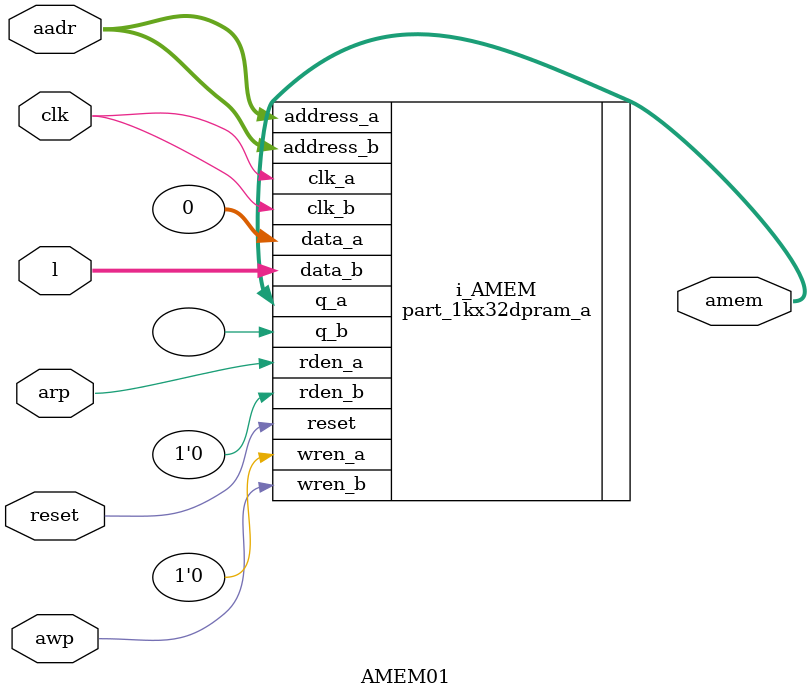
<source format=v>

module AMEM01(clk, reset, l, aadr, arp, awp, amem);

   input clk;
   input reset;

   input [31:0] l;
   input [9:0] aadr;
   input arp;
   input awp;
   output [31:0] amem;

   ////////////////////////////////////////////////////////////////////////////////

   part_1kx32dpram_a i_AMEM(.reset(reset), .clk_a(clk), .address_a(aadr), .data_a(32'b0), .q_a(amem), .wren_a(1'b0), .rden_a(arp), .clk_b(clk), .address_b(aadr), .data_b(l), .q_b(), .wren_b(awp), .rden_b(1'b0));

endmodule

</source>
